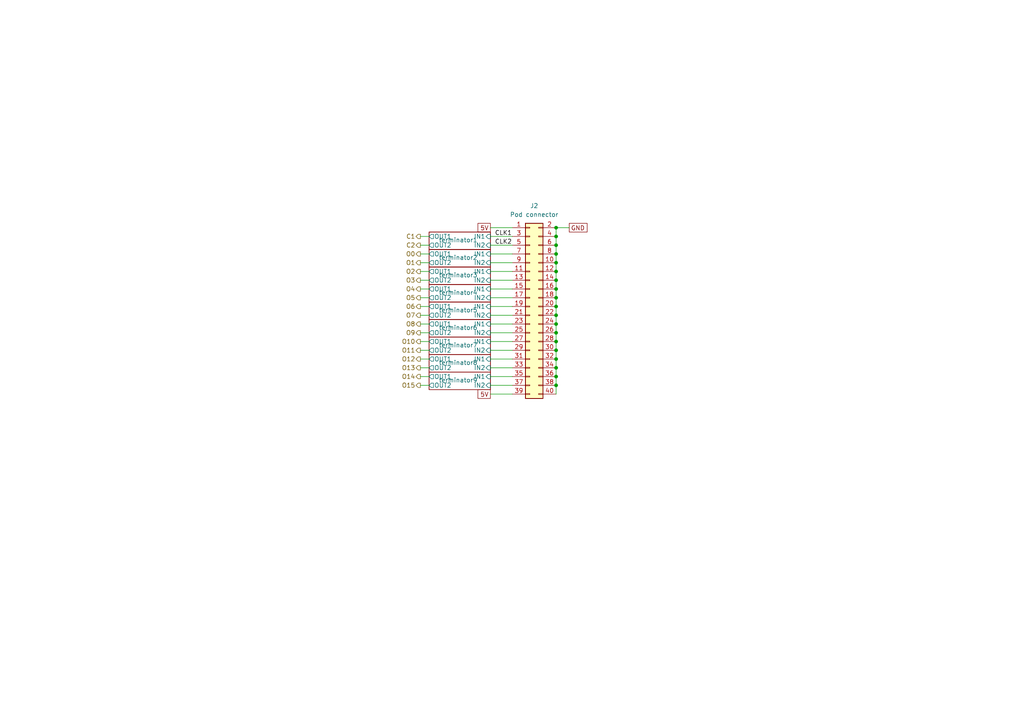
<source format=kicad_sch>
(kicad_sch (version 20231120) (generator "eeschema") (generator_version "8.0")
  (paper "A4")
  (lib_symbols
    (symbol "Connector_Generic:Conn_02x20_Odd_Even" (pin_names (offset 1.016) hide)
      (property "Reference" "J" (at 1.27 25.4 0))
      (property "Value" "Conn_02x20_Odd_Even" (at 1.27 -27.94 0))
      (symbol "Conn_02x20_Odd_Even_1_1"
        (rectangle (start -1.27 -25.273) (end 0 -25.527) (stroke (width 0.1524)))
        (rectangle (start -1.27 -22.733) (end 0 -22.987) (stroke (width 0.1524)))
        (rectangle (start -1.27 -20.193) (end 0 -20.447) (stroke (width 0.1524)))
        (rectangle (start -1.27 -17.653) (end 0 -17.907) (stroke (width 0.1524)))
        (rectangle (start -1.27 -15.113) (end 0 -15.367) (stroke (width 0.1524)))
        (rectangle (start -1.27 -12.573) (end 0 -12.827) (stroke (width 0.1524)))
        (rectangle (start -1.27 -10.033) (end 0 -10.287) (stroke (width 0.1524)))
        (rectangle (start -1.27 -7.493) (end 0 -7.747) (stroke (width 0.1524)))
        (rectangle (start -1.27 -4.953) (end 0 -5.207) (stroke (width 0.1524)))
        (rectangle (start -1.27 -2.413) (end 0 -2.667) (stroke (width 0.1524)))
        (rectangle (start -1.27 0.127) (end 0 -0.127) (stroke (width 0.1524)))
        (rectangle (start -1.27 2.667) (end 0 2.413) (stroke (width 0.1524)))
        (rectangle (start -1.27 5.207) (end 0 4.953) (stroke (width 0.1524)))
        (rectangle (start -1.27 7.747) (end 0 7.493) (stroke (width 0.1524)))
        (rectangle (start -1.27 10.287) (end 0 10.033) (stroke (width 0.1524)))
        (rectangle (start -1.27 12.827) (end 0 12.573) (stroke (width 0.1524)))
        (rectangle (start -1.27 15.367) (end 0 15.113) (stroke (width 0.1524)))
        (rectangle (start -1.27 17.907) (end 0 17.653) (stroke (width 0.1524)))
        (rectangle (start -1.27 20.447) (end 0 20.193) (stroke (width 0.1524)))
        (rectangle (start -1.27 22.987) (end 0 22.733) (stroke (width 0.1524)))
        (rectangle (start -1.27 24.13) (end 3.81 -26.67) (stroke (width 0.254)) (fill (type background)))
        (rectangle (start 3.81 -25.273) (end 2.54 -25.527) (stroke (width 0.1524)))
        (rectangle (start 3.81 -22.733) (end 2.54 -22.987) (stroke (width 0.1524)))
        (rectangle (start 3.81 -20.193) (end 2.54 -20.447) (stroke (width 0.1524)))
        (rectangle (start 3.81 -17.653) (end 2.54 -17.907) (stroke (width 0.1524)))
        (rectangle (start 3.81 -15.113) (end 2.54 -15.367) (stroke (width 0.1524)))
        (rectangle (start 3.81 -12.573) (end 2.54 -12.827) (stroke (width 0.1524)))
        (rectangle (start 3.81 -10.033) (end 2.54 -10.287) (stroke (width 0.1524)))
        (rectangle (start 3.81 -7.493) (end 2.54 -7.747) (stroke (width 0.1524)))
        (rectangle (start 3.81 -4.953) (end 2.54 -5.207) (stroke (width 0.1524)))
        (rectangle (start 3.81 -2.413) (end 2.54 -2.667) (stroke (width 0.1524)))
        (rectangle (start 3.81 0.127) (end 2.54 -0.127) (stroke (width 0.1524)))
        (rectangle (start 3.81 2.667) (end 2.54 2.413) (stroke (width 0.1524)))
        (rectangle (start 3.81 5.207) (end 2.54 4.953) (stroke (width 0.1524)))
        (rectangle (start 3.81 7.747) (end 2.54 7.493) (stroke (width 0.1524)))
        (rectangle (start 3.81 10.287) (end 2.54 10.033) (stroke (width 0.1524)))
        (rectangle (start 3.81 12.827) (end 2.54 12.573) (stroke (width 0.1524)))
        (rectangle (start 3.81 15.367) (end 2.54 15.113) (stroke (width 0.1524)))
        (rectangle (start 3.81 17.907) (end 2.54 17.653) (stroke (width 0.1524)))
        (rectangle (start 3.81 20.447) (end 2.54 20.193) (stroke (width 0.1524)))
        (rectangle (start 3.81 22.987) (end 2.54 22.733) (stroke (width 0.1524)))
        (pin passive line (at -5.08 22.86 0) (length 3.81) (name "Pin_1") (number "1"))
        (pin passive line (at 7.62 12.7 180) (length 3.81) (name "Pin_10") (number "10"))
        (pin passive line (at -5.08 10.16 0) (length 3.81) (name "Pin_11") (number "11"))
        (pin passive line (at 7.62 10.16 180) (length 3.81) (name "Pin_12") (number "12"))
        (pin passive line (at -5.08 7.62 0) (length 3.81) (name "Pin_13") (number "13"))
        (pin passive line (at 7.62 7.62 180) (length 3.81) (name "Pin_14") (number "14"))
        (pin passive line (at -5.08 5.08 0) (length 3.81) (name "Pin_15") (number "15"))
        (pin passive line (at 7.62 5.08 180) (length 3.81) (name "Pin_16") (number "16"))
        (pin passive line (at -5.08 2.54 0) (length 3.81) (name "Pin_17") (number "17"))
        (pin passive line (at 7.62 2.54 180) (length 3.81) (name "Pin_18") (number "18"))
        (pin passive line (at -5.08 0 0) (length 3.81) (name "Pin_19") (number "19"))
        (pin passive line (at 7.62 22.86 180) (length 3.81) (name "Pin_2") (number "2"))
        (pin passive line (at 7.62 0 180) (length 3.81) (name "Pin_20") (number "20"))
        (pin passive line (at -5.08 -2.54 0) (length 3.81) (name "Pin_21") (number "21"))
        (pin passive line (at 7.62 -2.54 180) (length 3.81) (name "Pin_22") (number "22"))
        (pin passive line (at -5.08 -5.08 0) (length 3.81) (name "Pin_23") (number "23"))
        (pin passive line (at 7.62 -5.08 180) (length 3.81) (name "Pin_24") (number "24"))
        (pin passive line (at -5.08 -7.62 0) (length 3.81) (name "Pin_25") (number "25"))
        (pin passive line (at 7.62 -7.62 180) (length 3.81) (name "Pin_26") (number "26"))
        (pin passive line (at -5.08 -10.16 0) (length 3.81) (name "Pin_27") (number "27"))
        (pin passive line (at 7.62 -10.16 180) (length 3.81) (name "Pin_28") (number "28"))
        (pin passive line (at -5.08 -12.7 0) (length 3.81) (name "Pin_29") (number "29"))
        (pin passive line (at -5.08 20.32 0) (length 3.81) (name "Pin_3") (number "3"))
        (pin passive line (at 7.62 -12.7 180) (length 3.81) (name "Pin_30") (number "30"))
        (pin passive line (at -5.08 -15.24 0) (length 3.81) (name "Pin_31") (number "31"))
        (pin passive line (at 7.62 -15.24 180) (length 3.81) (name "Pin_32") (number "32"))
        (pin passive line (at -5.08 -17.78 0) (length 3.81) (name "Pin_33") (number "33"))
        (pin passive line (at 7.62 -17.78 180) (length 3.81) (name "Pin_34") (number "34"))
        (pin passive line (at -5.08 -20.32 0) (length 3.81) (name "Pin_35") (number "35"))
        (pin passive line (at 7.62 -20.32 180) (length 3.81) (name "Pin_36") (number "36"))
        (pin passive line (at -5.08 -22.86 0) (length 3.81) (name "Pin_37") (number "37"))
        (pin passive line (at 7.62 -22.86 180) (length 3.81) (name "Pin_38") (number "38"))
        (pin passive line (at -5.08 -25.4 0) (length 3.81) (name "Pin_39") (number "39"))
        (pin passive line (at 7.62 20.32 180) (length 3.81) (name "Pin_4") (number "4"))
        (pin passive line (at 7.62 -25.4 180) (length 3.81) (name "Pin_40") (number "40"))
        (pin passive line (at -5.08 17.78 0) (length 3.81) (name "Pin_5") (number "5"))
        (pin passive line (at 7.62 17.78 180) (length 3.81) (name "Pin_6") (number "6"))
        (pin passive line (at -5.08 15.24 0) (length 3.81) (name "Pin_7") (number "7"))
        (pin passive line (at 7.62 15.24 180) (length 3.81) (name "Pin_8") (number "8"))
        (pin passive line (at -5.08 12.7 0) (length 3.81) (name "Pin_9") (number "9"))
      )
    )
  )
  (junction (at 161.29 88.9))
  (junction (at 161.29 78.74))
  (junction (at 161.29 76.2))
  (junction (at 161.29 111.76))
  (junction (at 161.29 91.44))
  (junction (at 161.29 83.82))
  (junction (at 161.29 81.28))
  (junction (at 161.29 101.6))
  (junction (at 161.29 71.12))
  (junction (at 161.29 109.22))
  (junction (at 161.29 93.98))
  (junction (at 161.29 73.66))
  (junction (at 161.29 66.04))
  (junction (at 161.29 96.52))
  (junction (at 161.29 68.58))
  (junction (at 161.29 104.14))
  (junction (at 161.29 86.36))
  (junction (at 161.29 106.68))
  (junction (at 161.29 99.06))
  (wire (pts (xy 161.29 68.58) (xy 161.29 71.12)))
  (wire (pts (xy 121.92 78.74) (xy 124.46 78.74)))
  (wire (pts (xy 161.29 88.9) (xy 161.29 91.44)))
  (wire (pts (xy 142.24 101.6) (xy 148.59 101.6)))
  (wire (pts (xy 142.24 109.22) (xy 148.59 109.22)))
  (wire (pts (xy 142.24 86.36) (xy 148.59 86.36)))
  (wire (pts (xy 121.92 111.76) (xy 124.46 111.76)))
  (wire (pts (xy 121.92 73.66) (xy 124.46 73.66)))
  (wire (pts (xy 161.29 111.76) (xy 161.29 114.3)))
  (wire (pts (xy 142.24 83.82) (xy 148.59 83.82)))
  (wire (pts (xy 142.24 96.52) (xy 148.59 96.52)))
  (wire (pts (xy 161.29 73.66) (xy 161.29 76.2)))
  (wire (pts (xy 161.29 91.44) (xy 161.29 93.98)))
  (wire (pts (xy 121.92 101.6) (xy 124.46 101.6)))
  (wire (pts (xy 121.92 81.28) (xy 124.46 81.28)))
  (wire (pts (xy 142.24 93.98) (xy 148.59 93.98)))
  (wire (pts (xy 121.92 83.82) (xy 124.46 83.82)))
  (wire (pts (xy 142.24 106.68) (xy 148.59 106.68)))
  (wire (pts (xy 121.92 96.52) (xy 124.46 96.52)))
  (wire (pts (xy 121.92 76.2) (xy 124.46 76.2)))
  (wire (pts (xy 161.29 99.06) (xy 161.29 101.6)))
  (wire (pts (xy 142.24 66.04) (xy 148.59 66.04)))
  (wire (pts (xy 121.92 109.22) (xy 124.46 109.22)))
  (wire (pts (xy 161.29 109.22) (xy 161.29 111.76)))
  (wire (pts (xy 161.29 104.14) (xy 161.29 106.68)))
  (wire (pts (xy 142.24 73.66) (xy 148.59 73.66)))
  (wire (pts (xy 121.92 106.68) (xy 124.46 106.68)))
  (wire (pts (xy 142.24 111.76) (xy 148.59 111.76)))
  (wire (pts (xy 142.24 76.2) (xy 148.59 76.2)))
  (wire (pts (xy 121.92 99.06) (xy 124.46 99.06)))
  (wire (pts (xy 121.92 71.12) (xy 124.46 71.12)))
  (wire (pts (xy 161.29 96.52) (xy 161.29 99.06)))
  (wire (pts (xy 121.92 93.98) (xy 124.46 93.98)))
  (wire (pts (xy 161.29 76.2) (xy 161.29 78.74)))
  (wire (pts (xy 121.92 88.9) (xy 124.46 88.9)))
  (wire (pts (xy 121.92 86.36) (xy 124.46 86.36)))
  (wire (pts (xy 161.29 106.68) (xy 161.29 109.22)))
  (wire (pts (xy 142.24 71.12) (xy 148.59 71.12)))
  (wire (pts (xy 142.24 114.3) (xy 148.59 114.3)))
  (wire (pts (xy 161.29 93.98) (xy 161.29 96.52)))
  (wire (pts (xy 142.24 81.28) (xy 148.59 81.28)))
  (wire (pts (xy 121.92 104.14) (xy 124.46 104.14)))
  (wire (pts (xy 161.29 66.04) (xy 165.1 66.04)))
  (wire (pts (xy 142.24 99.06) (xy 148.59 99.06)))
  (wire (pts (xy 142.24 104.14) (xy 148.59 104.14)))
  (wire (pts (xy 161.29 81.28) (xy 161.29 83.82)))
  (wire (pts (xy 161.29 101.6) (xy 161.29 104.14)))
  (wire (pts (xy 161.29 66.04) (xy 161.29 68.58)))
  (wire (pts (xy 142.24 88.9) (xy 148.59 88.9)))
  (wire (pts (xy 142.24 78.74) (xy 148.59 78.74)))
  (wire (pts (xy 142.24 68.58) (xy 148.59 68.58)))
  (wire (pts (xy 142.24 91.44) (xy 148.59 91.44)))
  (wire (pts (xy 161.29 71.12) (xy 161.29 73.66)))
  (wire (pts (xy 161.29 83.82) (xy 161.29 86.36)))
  (wire (pts (xy 121.92 68.58) (xy 124.46 68.58)))
  (wire (pts (xy 161.29 78.74) (xy 161.29 81.28)))
  (wire (pts (xy 121.92 91.44) (xy 124.46 91.44)))
  (wire (pts (xy 161.29 86.36) (xy 161.29 88.9)))
  (label "CLK1" (at 143.51 68.58 0))
  (label "CLK2" (at 143.51 71.12 0))
  (global_label "5V" (shape passive) (at 142.24 66.04 180) (property "Intersheetrefs" "${INTERSHEET_REFS}" (effects (hide yes))))
  (global_label "GND" (shape passive) (at 165.1 66.04 0) (property "Intersheetrefs" "${INTERSHEET_REFS}" (effects (hide yes))))
  (global_label "5V" (shape passive) (at 142.24 114.3 180) (property "Intersheetrefs" "${INTERSHEET_REFS}" (effects (hide yes))))
  (hierarchical_label "O10" (shape output) (at 121.92 99.06 180))
  (hierarchical_label "O7" (shape output) (at 121.92 91.44 180))
  (hierarchical_label "C2" (shape output) (at 121.92 71.12 180))
  (hierarchical_label "O2" (shape output) (at 121.92 78.74 180))
  (hierarchical_label "O8" (shape output) (at 121.92 93.98 180))
  (hierarchical_label "O9" (shape output) (at 121.92 96.52 180))
  (hierarchical_label "C1" (shape output) (at 121.92 68.58 180))
  (hierarchical_label "O5" (shape output) (at 121.92 86.36 180))
  (hierarchical_label "O3" (shape output) (at 121.92 81.28 180))
  (hierarchical_label "O11" (shape output) (at 121.92 101.6 180))
  (hierarchical_label "O4" (shape output) (at 121.92 83.82 180))
  (hierarchical_label "O14" (shape output) (at 121.92 109.22 180))
  (hierarchical_label "O15" (shape output) (at 121.92 111.76 180))
  (hierarchical_label "O12" (shape output) (at 121.92 104.14 180))
  (hierarchical_label "O0" (shape output) (at 121.92 73.66 180))
  (hierarchical_label "O1" (shape output) (at 121.92 76.2 180))
  (hierarchical_label "O13" (shape output) (at 121.92 106.68 180))
  (hierarchical_label "O6" (shape output) (at 121.92 88.9 180))
  (symbol (lib_id "Connector_Generic:Conn_02x20_Odd_Even") (at 153.67 88.9 0) (unit 1)
    (property "Reference" "J2" (at 154.94 59.69 0))
    (property "Value" "Pod connector" (at 154.94 62.23 0))
    (property "Footprint" "Connector_IDC:IDC-Header_2x20_P2.54mm_Vertical" (effects (hide yes)))
  )
  (sheet (at 124.46 82.55) (size 17.78 5.08) (stroke (width 0.1524))
    (property "Sheetname" "terminator4" (at 127.254 85.598 0) (effects (justify left bottom)))
    (property "Sheetfile" "terminator.kicad_sch" (effects (hide yes)))
    (pin "IN2" input (at 142.24 86.36 0))
    (pin "IN1" input (at 142.24 83.82 0))
    (pin "OUT1" output (at 124.46 83.82 180))
    (pin "OUT2" output (at 124.46 86.36 180))
  )
  (sheet (at 124.46 72.39) (size 17.78 5.08) (stroke (width 0.1524))
    (property "Sheetname" "terminator2" (at 127.254 75.438 0) (effects (justify left bottom)))
    (property "Sheetfile" "terminator.kicad_sch" (effects (hide yes)))
    (pin "IN2" input (at 142.24 76.2 0))
    (pin "IN1" input (at 142.24 73.66 0))
    (pin "OUT1" output (at 124.46 73.66 180))
    (pin "OUT2" output (at 124.46 76.2 180))
  )
  (sheet (at 124.46 67.31) (size 17.78 5.08) (stroke (width 0.1524))
    (property "Sheetname" "terminator1" (at 127.254 70.358 0) (effects (justify left bottom)))
    (property "Sheetfile" "terminator.kicad_sch" (effects (hide yes)))
    (pin "IN2" input (at 142.24 71.12 0))
    (pin "IN1" input (at 142.24 68.58 0))
    (pin "OUT1" output (at 124.46 68.58 180))
    (pin "OUT2" output (at 124.46 71.12 180))
  )
  (sheet (at 124.46 107.95) (size 17.78 5.08) (stroke (width 0.1524))
    (property "Sheetname" "terminator9" (at 127.254 110.998 0) (effects (justify left bottom)))
    (property "Sheetfile" "terminator.kicad_sch" (effects (hide yes)))
    (pin "IN2" input (at 142.24 111.76 0))
    (pin "IN1" input (at 142.24 109.22 0))
    (pin "OUT1" output (at 124.46 109.22 180))
    (pin "OUT2" output (at 124.46 111.76 180))
  )
  (sheet (at 124.46 102.87) (size 17.78 5.08) (stroke (width 0.1524))
    (property "Sheetname" "terminator8" (at 127.254 105.918 0) (effects (justify left bottom)))
    (property "Sheetfile" "terminator.kicad_sch" (effects (hide yes)))
    (pin "IN2" input (at 142.24 106.68 0))
    (pin "IN1" input (at 142.24 104.14 0))
    (pin "OUT1" output (at 124.46 104.14 180))
    (pin "OUT2" output (at 124.46 106.68 180))
  )
  (sheet (at 124.46 97.79) (size 17.78 5.08) (stroke (width 0.1524))
    (property "Sheetname" "terminator7" (at 127.254 100.838 0) (effects (justify left bottom)))
    (property "Sheetfile" "terminator.kicad_sch" (effects (hide yes)))
    (pin "IN2" input (at 142.24 101.6 0))
    (pin "IN1" input (at 142.24 99.06 0))
    (pin "OUT1" output (at 124.46 99.06 180))
    (pin "OUT2" output (at 124.46 101.6 180))
  )
  (sheet (at 124.46 92.71) (size 17.78 5.08) (stroke (width 0.1524))
    (property "Sheetname" "terminator6" (at 127.254 95.758 0) (effects (justify left bottom)))
    (property "Sheetfile" "terminator.kicad_sch" (effects (hide yes)))
    (pin "IN2" input (at 142.24 96.52 0))
    (pin "IN1" input (at 142.24 93.98 0))
    (pin "OUT1" output (at 124.46 93.98 180))
    (pin "OUT2" output (at 124.46 96.52 180))
  )
  (sheet (at 124.46 87.63) (size 17.78 5.08) (stroke (width 0.1524))
    (property "Sheetname" "terminator5" (at 127.254 90.678 0) (effects (justify left bottom)))
    (property "Sheetfile" "terminator.kicad_sch" (effects (hide yes)))
    (pin "IN2" input (at 142.24 91.44 0))
    (pin "IN1" input (at 142.24 88.9 0))
    (pin "OUT1" output (at 124.46 88.9 180))
    (pin "OUT2" output (at 124.46 91.44 180))
  )
  (sheet (at 124.46 77.47) (size 17.78 5.08) (stroke (width 0.1524))
    (property "Sheetname" "terminator3" (at 127.254 80.518 0) (effects (justify left bottom)))
    (property "Sheetfile" "terminator.kicad_sch" (effects (hide yes)))
    (pin "IN2" input (at 142.24 81.28 0))
    (pin "IN1" input (at 142.24 78.74 0))
    (pin "OUT1" output (at 124.46 78.74 180))
    (pin "OUT2" output (at 124.46 81.28 180))
  )
)
</source>
